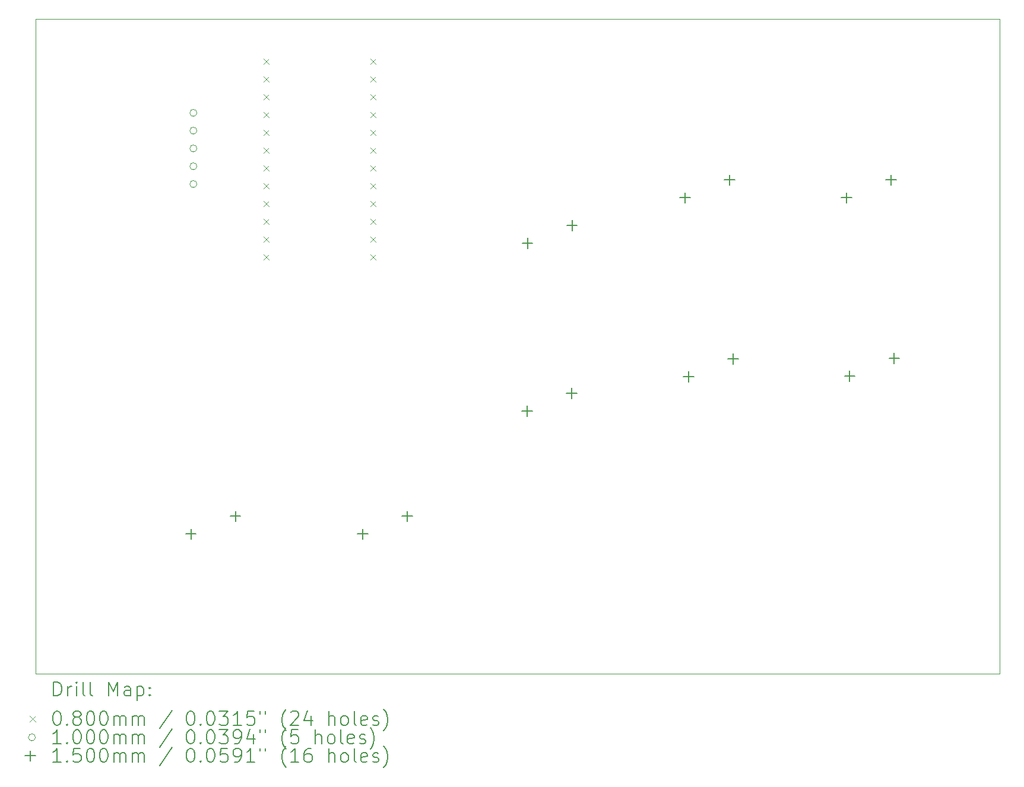
<source format=gbr>
%TF.GenerationSoftware,KiCad,Pcbnew,9.0.5*%
%TF.CreationDate,2025-10-09T15:15:55-05:00*%
%TF.ProjectId,arcade-controller,61726361-6465-42d6-936f-6e74726f6c6c,rev?*%
%TF.SameCoordinates,Original*%
%TF.FileFunction,Drillmap*%
%TF.FilePolarity,Positive*%
%FSLAX45Y45*%
G04 Gerber Fmt 4.5, Leading zero omitted, Abs format (unit mm)*
G04 Created by KiCad (PCBNEW 9.0.5) date 2025-10-09 15:15:55*
%MOMM*%
%LPD*%
G01*
G04 APERTURE LIST*
%ADD10C,0.050000*%
%ADD11C,0.200000*%
%ADD12C,0.100000*%
%ADD13C,0.150000*%
G04 APERTURE END LIST*
D10*
X9000000Y-3500000D02*
X22750000Y-3500000D01*
X22750000Y-12850000D01*
X9000000Y-12850000D01*
X9000000Y-3500000D01*
D11*
D12*
X12248000Y-4067000D02*
X12328000Y-4147000D01*
X12328000Y-4067000D02*
X12248000Y-4147000D01*
X12248000Y-4321000D02*
X12328000Y-4401000D01*
X12328000Y-4321000D02*
X12248000Y-4401000D01*
X12248000Y-4575000D02*
X12328000Y-4655000D01*
X12328000Y-4575000D02*
X12248000Y-4655000D01*
X12248000Y-4829000D02*
X12328000Y-4909000D01*
X12328000Y-4829000D02*
X12248000Y-4909000D01*
X12248000Y-5083000D02*
X12328000Y-5163000D01*
X12328000Y-5083000D02*
X12248000Y-5163000D01*
X12248000Y-5337000D02*
X12328000Y-5417000D01*
X12328000Y-5337000D02*
X12248000Y-5417000D01*
X12248000Y-5591000D02*
X12328000Y-5671000D01*
X12328000Y-5591000D02*
X12248000Y-5671000D01*
X12248000Y-5845000D02*
X12328000Y-5925000D01*
X12328000Y-5845000D02*
X12248000Y-5925000D01*
X12248000Y-6099000D02*
X12328000Y-6179000D01*
X12328000Y-6099000D02*
X12248000Y-6179000D01*
X12248000Y-6353000D02*
X12328000Y-6433000D01*
X12328000Y-6353000D02*
X12248000Y-6433000D01*
X12248000Y-6607000D02*
X12328000Y-6687000D01*
X12328000Y-6607000D02*
X12248000Y-6687000D01*
X12248000Y-6861000D02*
X12328000Y-6941000D01*
X12328000Y-6861000D02*
X12248000Y-6941000D01*
X13772000Y-4067000D02*
X13852000Y-4147000D01*
X13852000Y-4067000D02*
X13772000Y-4147000D01*
X13772000Y-4321000D02*
X13852000Y-4401000D01*
X13852000Y-4321000D02*
X13772000Y-4401000D01*
X13772000Y-4575000D02*
X13852000Y-4655000D01*
X13852000Y-4575000D02*
X13772000Y-4655000D01*
X13772000Y-4829000D02*
X13852000Y-4909000D01*
X13852000Y-4829000D02*
X13772000Y-4909000D01*
X13772000Y-5083000D02*
X13852000Y-5163000D01*
X13852000Y-5083000D02*
X13772000Y-5163000D01*
X13772000Y-5337000D02*
X13852000Y-5417000D01*
X13852000Y-5337000D02*
X13772000Y-5417000D01*
X13772000Y-5591000D02*
X13852000Y-5671000D01*
X13852000Y-5591000D02*
X13772000Y-5671000D01*
X13772000Y-5845000D02*
X13852000Y-5925000D01*
X13852000Y-5845000D02*
X13772000Y-5925000D01*
X13772000Y-6099000D02*
X13852000Y-6179000D01*
X13852000Y-6099000D02*
X13772000Y-6179000D01*
X13772000Y-6353000D02*
X13852000Y-6433000D01*
X13852000Y-6353000D02*
X13772000Y-6433000D01*
X13772000Y-6607000D02*
X13852000Y-6687000D01*
X13852000Y-6607000D02*
X13772000Y-6687000D01*
X13772000Y-6861000D02*
X13852000Y-6941000D01*
X13852000Y-6861000D02*
X13772000Y-6941000D01*
X11300000Y-4842000D02*
G75*
G02*
X11200000Y-4842000I-50000J0D01*
G01*
X11200000Y-4842000D02*
G75*
G02*
X11300000Y-4842000I50000J0D01*
G01*
X11300000Y-5096000D02*
G75*
G02*
X11200000Y-5096000I-50000J0D01*
G01*
X11200000Y-5096000D02*
G75*
G02*
X11300000Y-5096000I50000J0D01*
G01*
X11300000Y-5350000D02*
G75*
G02*
X11200000Y-5350000I-50000J0D01*
G01*
X11200000Y-5350000D02*
G75*
G02*
X11300000Y-5350000I50000J0D01*
G01*
X11300000Y-5604000D02*
G75*
G02*
X11200000Y-5604000I-50000J0D01*
G01*
X11200000Y-5604000D02*
G75*
G02*
X11300000Y-5604000I50000J0D01*
G01*
X11300000Y-5858000D02*
G75*
G02*
X11200000Y-5858000I-50000J0D01*
G01*
X11200000Y-5858000D02*
G75*
G02*
X11300000Y-5858000I50000J0D01*
G01*
D13*
X11215000Y-10779000D02*
X11215000Y-10929000D01*
X11140000Y-10854000D02*
X11290000Y-10854000D01*
X11850000Y-10525000D02*
X11850000Y-10675000D01*
X11775000Y-10600000D02*
X11925000Y-10600000D01*
X13665000Y-10779000D02*
X13665000Y-10929000D01*
X13590000Y-10854000D02*
X13740000Y-10854000D01*
X14300000Y-10525000D02*
X14300000Y-10675000D01*
X14225000Y-10600000D02*
X14375000Y-10600000D01*
X16011000Y-9021000D02*
X16011000Y-9171000D01*
X15936000Y-9096000D02*
X16086000Y-9096000D01*
X16015000Y-6629000D02*
X16015000Y-6779000D01*
X15940000Y-6704000D02*
X16090000Y-6704000D01*
X16646000Y-8767000D02*
X16646000Y-8917000D01*
X16571000Y-8842000D02*
X16721000Y-8842000D01*
X16650000Y-6375000D02*
X16650000Y-6525000D01*
X16575000Y-6450000D02*
X16725000Y-6450000D01*
X18265000Y-5979000D02*
X18265000Y-6129000D01*
X18190000Y-6054000D02*
X18340000Y-6054000D01*
X18315000Y-8529000D02*
X18315000Y-8679000D01*
X18240000Y-8604000D02*
X18390000Y-8604000D01*
X18900000Y-5725000D02*
X18900000Y-5875000D01*
X18825000Y-5800000D02*
X18975000Y-5800000D01*
X18950000Y-8275000D02*
X18950000Y-8425000D01*
X18875000Y-8350000D02*
X19025000Y-8350000D01*
X20565000Y-5979000D02*
X20565000Y-6129000D01*
X20490000Y-6054000D02*
X20640000Y-6054000D01*
X20611000Y-8521000D02*
X20611000Y-8671000D01*
X20536000Y-8596000D02*
X20686000Y-8596000D01*
X21200000Y-5725000D02*
X21200000Y-5875000D01*
X21125000Y-5800000D02*
X21275000Y-5800000D01*
X21246000Y-8267000D02*
X21246000Y-8417000D01*
X21171000Y-8342000D02*
X21321000Y-8342000D01*
D11*
X9258277Y-13163984D02*
X9258277Y-12963984D01*
X9258277Y-12963984D02*
X9305896Y-12963984D01*
X9305896Y-12963984D02*
X9334467Y-12973508D01*
X9334467Y-12973508D02*
X9353515Y-12992555D01*
X9353515Y-12992555D02*
X9363039Y-13011603D01*
X9363039Y-13011603D02*
X9372563Y-13049698D01*
X9372563Y-13049698D02*
X9372563Y-13078269D01*
X9372563Y-13078269D02*
X9363039Y-13116365D01*
X9363039Y-13116365D02*
X9353515Y-13135412D01*
X9353515Y-13135412D02*
X9334467Y-13154460D01*
X9334467Y-13154460D02*
X9305896Y-13163984D01*
X9305896Y-13163984D02*
X9258277Y-13163984D01*
X9458277Y-13163984D02*
X9458277Y-13030650D01*
X9458277Y-13068746D02*
X9467801Y-13049698D01*
X9467801Y-13049698D02*
X9477324Y-13040174D01*
X9477324Y-13040174D02*
X9496372Y-13030650D01*
X9496372Y-13030650D02*
X9515420Y-13030650D01*
X9582086Y-13163984D02*
X9582086Y-13030650D01*
X9582086Y-12963984D02*
X9572563Y-12973508D01*
X9572563Y-12973508D02*
X9582086Y-12983031D01*
X9582086Y-12983031D02*
X9591610Y-12973508D01*
X9591610Y-12973508D02*
X9582086Y-12963984D01*
X9582086Y-12963984D02*
X9582086Y-12983031D01*
X9705896Y-13163984D02*
X9686848Y-13154460D01*
X9686848Y-13154460D02*
X9677324Y-13135412D01*
X9677324Y-13135412D02*
X9677324Y-12963984D01*
X9810658Y-13163984D02*
X9791610Y-13154460D01*
X9791610Y-13154460D02*
X9782086Y-13135412D01*
X9782086Y-13135412D02*
X9782086Y-12963984D01*
X10039229Y-13163984D02*
X10039229Y-12963984D01*
X10039229Y-12963984D02*
X10105896Y-13106841D01*
X10105896Y-13106841D02*
X10172563Y-12963984D01*
X10172563Y-12963984D02*
X10172563Y-13163984D01*
X10353515Y-13163984D02*
X10353515Y-13059222D01*
X10353515Y-13059222D02*
X10343991Y-13040174D01*
X10343991Y-13040174D02*
X10324944Y-13030650D01*
X10324944Y-13030650D02*
X10286848Y-13030650D01*
X10286848Y-13030650D02*
X10267801Y-13040174D01*
X10353515Y-13154460D02*
X10334467Y-13163984D01*
X10334467Y-13163984D02*
X10286848Y-13163984D01*
X10286848Y-13163984D02*
X10267801Y-13154460D01*
X10267801Y-13154460D02*
X10258277Y-13135412D01*
X10258277Y-13135412D02*
X10258277Y-13116365D01*
X10258277Y-13116365D02*
X10267801Y-13097317D01*
X10267801Y-13097317D02*
X10286848Y-13087793D01*
X10286848Y-13087793D02*
X10334467Y-13087793D01*
X10334467Y-13087793D02*
X10353515Y-13078269D01*
X10448753Y-13030650D02*
X10448753Y-13230650D01*
X10448753Y-13040174D02*
X10467801Y-13030650D01*
X10467801Y-13030650D02*
X10505896Y-13030650D01*
X10505896Y-13030650D02*
X10524944Y-13040174D01*
X10524944Y-13040174D02*
X10534467Y-13049698D01*
X10534467Y-13049698D02*
X10543991Y-13068746D01*
X10543991Y-13068746D02*
X10543991Y-13125888D01*
X10543991Y-13125888D02*
X10534467Y-13144936D01*
X10534467Y-13144936D02*
X10524944Y-13154460D01*
X10524944Y-13154460D02*
X10505896Y-13163984D01*
X10505896Y-13163984D02*
X10467801Y-13163984D01*
X10467801Y-13163984D02*
X10448753Y-13154460D01*
X10629705Y-13144936D02*
X10639229Y-13154460D01*
X10639229Y-13154460D02*
X10629705Y-13163984D01*
X10629705Y-13163984D02*
X10620182Y-13154460D01*
X10620182Y-13154460D02*
X10629705Y-13144936D01*
X10629705Y-13144936D02*
X10629705Y-13163984D01*
X10629705Y-13040174D02*
X10639229Y-13049698D01*
X10639229Y-13049698D02*
X10629705Y-13059222D01*
X10629705Y-13059222D02*
X10620182Y-13049698D01*
X10620182Y-13049698D02*
X10629705Y-13040174D01*
X10629705Y-13040174D02*
X10629705Y-13059222D01*
D12*
X8917500Y-13452500D02*
X8997500Y-13532500D01*
X8997500Y-13452500D02*
X8917500Y-13532500D01*
D11*
X9296372Y-13383984D02*
X9315420Y-13383984D01*
X9315420Y-13383984D02*
X9334467Y-13393508D01*
X9334467Y-13393508D02*
X9343991Y-13403031D01*
X9343991Y-13403031D02*
X9353515Y-13422079D01*
X9353515Y-13422079D02*
X9363039Y-13460174D01*
X9363039Y-13460174D02*
X9363039Y-13507793D01*
X9363039Y-13507793D02*
X9353515Y-13545888D01*
X9353515Y-13545888D02*
X9343991Y-13564936D01*
X9343991Y-13564936D02*
X9334467Y-13574460D01*
X9334467Y-13574460D02*
X9315420Y-13583984D01*
X9315420Y-13583984D02*
X9296372Y-13583984D01*
X9296372Y-13583984D02*
X9277324Y-13574460D01*
X9277324Y-13574460D02*
X9267801Y-13564936D01*
X9267801Y-13564936D02*
X9258277Y-13545888D01*
X9258277Y-13545888D02*
X9248753Y-13507793D01*
X9248753Y-13507793D02*
X9248753Y-13460174D01*
X9248753Y-13460174D02*
X9258277Y-13422079D01*
X9258277Y-13422079D02*
X9267801Y-13403031D01*
X9267801Y-13403031D02*
X9277324Y-13393508D01*
X9277324Y-13393508D02*
X9296372Y-13383984D01*
X9448753Y-13564936D02*
X9458277Y-13574460D01*
X9458277Y-13574460D02*
X9448753Y-13583984D01*
X9448753Y-13583984D02*
X9439229Y-13574460D01*
X9439229Y-13574460D02*
X9448753Y-13564936D01*
X9448753Y-13564936D02*
X9448753Y-13583984D01*
X9572563Y-13469698D02*
X9553515Y-13460174D01*
X9553515Y-13460174D02*
X9543991Y-13450650D01*
X9543991Y-13450650D02*
X9534467Y-13431603D01*
X9534467Y-13431603D02*
X9534467Y-13422079D01*
X9534467Y-13422079D02*
X9543991Y-13403031D01*
X9543991Y-13403031D02*
X9553515Y-13393508D01*
X9553515Y-13393508D02*
X9572563Y-13383984D01*
X9572563Y-13383984D02*
X9610658Y-13383984D01*
X9610658Y-13383984D02*
X9629705Y-13393508D01*
X9629705Y-13393508D02*
X9639229Y-13403031D01*
X9639229Y-13403031D02*
X9648753Y-13422079D01*
X9648753Y-13422079D02*
X9648753Y-13431603D01*
X9648753Y-13431603D02*
X9639229Y-13450650D01*
X9639229Y-13450650D02*
X9629705Y-13460174D01*
X9629705Y-13460174D02*
X9610658Y-13469698D01*
X9610658Y-13469698D02*
X9572563Y-13469698D01*
X9572563Y-13469698D02*
X9553515Y-13479222D01*
X9553515Y-13479222D02*
X9543991Y-13488746D01*
X9543991Y-13488746D02*
X9534467Y-13507793D01*
X9534467Y-13507793D02*
X9534467Y-13545888D01*
X9534467Y-13545888D02*
X9543991Y-13564936D01*
X9543991Y-13564936D02*
X9553515Y-13574460D01*
X9553515Y-13574460D02*
X9572563Y-13583984D01*
X9572563Y-13583984D02*
X9610658Y-13583984D01*
X9610658Y-13583984D02*
X9629705Y-13574460D01*
X9629705Y-13574460D02*
X9639229Y-13564936D01*
X9639229Y-13564936D02*
X9648753Y-13545888D01*
X9648753Y-13545888D02*
X9648753Y-13507793D01*
X9648753Y-13507793D02*
X9639229Y-13488746D01*
X9639229Y-13488746D02*
X9629705Y-13479222D01*
X9629705Y-13479222D02*
X9610658Y-13469698D01*
X9772563Y-13383984D02*
X9791610Y-13383984D01*
X9791610Y-13383984D02*
X9810658Y-13393508D01*
X9810658Y-13393508D02*
X9820182Y-13403031D01*
X9820182Y-13403031D02*
X9829705Y-13422079D01*
X9829705Y-13422079D02*
X9839229Y-13460174D01*
X9839229Y-13460174D02*
X9839229Y-13507793D01*
X9839229Y-13507793D02*
X9829705Y-13545888D01*
X9829705Y-13545888D02*
X9820182Y-13564936D01*
X9820182Y-13564936D02*
X9810658Y-13574460D01*
X9810658Y-13574460D02*
X9791610Y-13583984D01*
X9791610Y-13583984D02*
X9772563Y-13583984D01*
X9772563Y-13583984D02*
X9753515Y-13574460D01*
X9753515Y-13574460D02*
X9743991Y-13564936D01*
X9743991Y-13564936D02*
X9734467Y-13545888D01*
X9734467Y-13545888D02*
X9724944Y-13507793D01*
X9724944Y-13507793D02*
X9724944Y-13460174D01*
X9724944Y-13460174D02*
X9734467Y-13422079D01*
X9734467Y-13422079D02*
X9743991Y-13403031D01*
X9743991Y-13403031D02*
X9753515Y-13393508D01*
X9753515Y-13393508D02*
X9772563Y-13383984D01*
X9963039Y-13383984D02*
X9982086Y-13383984D01*
X9982086Y-13383984D02*
X10001134Y-13393508D01*
X10001134Y-13393508D02*
X10010658Y-13403031D01*
X10010658Y-13403031D02*
X10020182Y-13422079D01*
X10020182Y-13422079D02*
X10029705Y-13460174D01*
X10029705Y-13460174D02*
X10029705Y-13507793D01*
X10029705Y-13507793D02*
X10020182Y-13545888D01*
X10020182Y-13545888D02*
X10010658Y-13564936D01*
X10010658Y-13564936D02*
X10001134Y-13574460D01*
X10001134Y-13574460D02*
X9982086Y-13583984D01*
X9982086Y-13583984D02*
X9963039Y-13583984D01*
X9963039Y-13583984D02*
X9943991Y-13574460D01*
X9943991Y-13574460D02*
X9934467Y-13564936D01*
X9934467Y-13564936D02*
X9924944Y-13545888D01*
X9924944Y-13545888D02*
X9915420Y-13507793D01*
X9915420Y-13507793D02*
X9915420Y-13460174D01*
X9915420Y-13460174D02*
X9924944Y-13422079D01*
X9924944Y-13422079D02*
X9934467Y-13403031D01*
X9934467Y-13403031D02*
X9943991Y-13393508D01*
X9943991Y-13393508D02*
X9963039Y-13383984D01*
X10115420Y-13583984D02*
X10115420Y-13450650D01*
X10115420Y-13469698D02*
X10124944Y-13460174D01*
X10124944Y-13460174D02*
X10143991Y-13450650D01*
X10143991Y-13450650D02*
X10172563Y-13450650D01*
X10172563Y-13450650D02*
X10191610Y-13460174D01*
X10191610Y-13460174D02*
X10201134Y-13479222D01*
X10201134Y-13479222D02*
X10201134Y-13583984D01*
X10201134Y-13479222D02*
X10210658Y-13460174D01*
X10210658Y-13460174D02*
X10229705Y-13450650D01*
X10229705Y-13450650D02*
X10258277Y-13450650D01*
X10258277Y-13450650D02*
X10277325Y-13460174D01*
X10277325Y-13460174D02*
X10286848Y-13479222D01*
X10286848Y-13479222D02*
X10286848Y-13583984D01*
X10382086Y-13583984D02*
X10382086Y-13450650D01*
X10382086Y-13469698D02*
X10391610Y-13460174D01*
X10391610Y-13460174D02*
X10410658Y-13450650D01*
X10410658Y-13450650D02*
X10439229Y-13450650D01*
X10439229Y-13450650D02*
X10458277Y-13460174D01*
X10458277Y-13460174D02*
X10467801Y-13479222D01*
X10467801Y-13479222D02*
X10467801Y-13583984D01*
X10467801Y-13479222D02*
X10477325Y-13460174D01*
X10477325Y-13460174D02*
X10496372Y-13450650D01*
X10496372Y-13450650D02*
X10524944Y-13450650D01*
X10524944Y-13450650D02*
X10543991Y-13460174D01*
X10543991Y-13460174D02*
X10553515Y-13479222D01*
X10553515Y-13479222D02*
X10553515Y-13583984D01*
X10943991Y-13374460D02*
X10772563Y-13631603D01*
X11201134Y-13383984D02*
X11220182Y-13383984D01*
X11220182Y-13383984D02*
X11239229Y-13393508D01*
X11239229Y-13393508D02*
X11248753Y-13403031D01*
X11248753Y-13403031D02*
X11258277Y-13422079D01*
X11258277Y-13422079D02*
X11267801Y-13460174D01*
X11267801Y-13460174D02*
X11267801Y-13507793D01*
X11267801Y-13507793D02*
X11258277Y-13545888D01*
X11258277Y-13545888D02*
X11248753Y-13564936D01*
X11248753Y-13564936D02*
X11239229Y-13574460D01*
X11239229Y-13574460D02*
X11220182Y-13583984D01*
X11220182Y-13583984D02*
X11201134Y-13583984D01*
X11201134Y-13583984D02*
X11182087Y-13574460D01*
X11182087Y-13574460D02*
X11172563Y-13564936D01*
X11172563Y-13564936D02*
X11163039Y-13545888D01*
X11163039Y-13545888D02*
X11153515Y-13507793D01*
X11153515Y-13507793D02*
X11153515Y-13460174D01*
X11153515Y-13460174D02*
X11163039Y-13422079D01*
X11163039Y-13422079D02*
X11172563Y-13403031D01*
X11172563Y-13403031D02*
X11182087Y-13393508D01*
X11182087Y-13393508D02*
X11201134Y-13383984D01*
X11353515Y-13564936D02*
X11363039Y-13574460D01*
X11363039Y-13574460D02*
X11353515Y-13583984D01*
X11353515Y-13583984D02*
X11343991Y-13574460D01*
X11343991Y-13574460D02*
X11353515Y-13564936D01*
X11353515Y-13564936D02*
X11353515Y-13583984D01*
X11486848Y-13383984D02*
X11505896Y-13383984D01*
X11505896Y-13383984D02*
X11524944Y-13393508D01*
X11524944Y-13393508D02*
X11534467Y-13403031D01*
X11534467Y-13403031D02*
X11543991Y-13422079D01*
X11543991Y-13422079D02*
X11553515Y-13460174D01*
X11553515Y-13460174D02*
X11553515Y-13507793D01*
X11553515Y-13507793D02*
X11543991Y-13545888D01*
X11543991Y-13545888D02*
X11534467Y-13564936D01*
X11534467Y-13564936D02*
X11524944Y-13574460D01*
X11524944Y-13574460D02*
X11505896Y-13583984D01*
X11505896Y-13583984D02*
X11486848Y-13583984D01*
X11486848Y-13583984D02*
X11467801Y-13574460D01*
X11467801Y-13574460D02*
X11458277Y-13564936D01*
X11458277Y-13564936D02*
X11448753Y-13545888D01*
X11448753Y-13545888D02*
X11439229Y-13507793D01*
X11439229Y-13507793D02*
X11439229Y-13460174D01*
X11439229Y-13460174D02*
X11448753Y-13422079D01*
X11448753Y-13422079D02*
X11458277Y-13403031D01*
X11458277Y-13403031D02*
X11467801Y-13393508D01*
X11467801Y-13393508D02*
X11486848Y-13383984D01*
X11620182Y-13383984D02*
X11743991Y-13383984D01*
X11743991Y-13383984D02*
X11677325Y-13460174D01*
X11677325Y-13460174D02*
X11705896Y-13460174D01*
X11705896Y-13460174D02*
X11724944Y-13469698D01*
X11724944Y-13469698D02*
X11734467Y-13479222D01*
X11734467Y-13479222D02*
X11743991Y-13498269D01*
X11743991Y-13498269D02*
X11743991Y-13545888D01*
X11743991Y-13545888D02*
X11734467Y-13564936D01*
X11734467Y-13564936D02*
X11724944Y-13574460D01*
X11724944Y-13574460D02*
X11705896Y-13583984D01*
X11705896Y-13583984D02*
X11648753Y-13583984D01*
X11648753Y-13583984D02*
X11629706Y-13574460D01*
X11629706Y-13574460D02*
X11620182Y-13564936D01*
X11934467Y-13583984D02*
X11820182Y-13583984D01*
X11877325Y-13583984D02*
X11877325Y-13383984D01*
X11877325Y-13383984D02*
X11858277Y-13412555D01*
X11858277Y-13412555D02*
X11839229Y-13431603D01*
X11839229Y-13431603D02*
X11820182Y-13441127D01*
X12115420Y-13383984D02*
X12020182Y-13383984D01*
X12020182Y-13383984D02*
X12010658Y-13479222D01*
X12010658Y-13479222D02*
X12020182Y-13469698D01*
X12020182Y-13469698D02*
X12039229Y-13460174D01*
X12039229Y-13460174D02*
X12086848Y-13460174D01*
X12086848Y-13460174D02*
X12105896Y-13469698D01*
X12105896Y-13469698D02*
X12115420Y-13479222D01*
X12115420Y-13479222D02*
X12124944Y-13498269D01*
X12124944Y-13498269D02*
X12124944Y-13545888D01*
X12124944Y-13545888D02*
X12115420Y-13564936D01*
X12115420Y-13564936D02*
X12105896Y-13574460D01*
X12105896Y-13574460D02*
X12086848Y-13583984D01*
X12086848Y-13583984D02*
X12039229Y-13583984D01*
X12039229Y-13583984D02*
X12020182Y-13574460D01*
X12020182Y-13574460D02*
X12010658Y-13564936D01*
X12201134Y-13383984D02*
X12201134Y-13422079D01*
X12277325Y-13383984D02*
X12277325Y-13422079D01*
X12572563Y-13660174D02*
X12563039Y-13650650D01*
X12563039Y-13650650D02*
X12543991Y-13622079D01*
X12543991Y-13622079D02*
X12534468Y-13603031D01*
X12534468Y-13603031D02*
X12524944Y-13574460D01*
X12524944Y-13574460D02*
X12515420Y-13526841D01*
X12515420Y-13526841D02*
X12515420Y-13488746D01*
X12515420Y-13488746D02*
X12524944Y-13441127D01*
X12524944Y-13441127D02*
X12534468Y-13412555D01*
X12534468Y-13412555D02*
X12543991Y-13393508D01*
X12543991Y-13393508D02*
X12563039Y-13364936D01*
X12563039Y-13364936D02*
X12572563Y-13355412D01*
X12639229Y-13403031D02*
X12648753Y-13393508D01*
X12648753Y-13393508D02*
X12667801Y-13383984D01*
X12667801Y-13383984D02*
X12715420Y-13383984D01*
X12715420Y-13383984D02*
X12734468Y-13393508D01*
X12734468Y-13393508D02*
X12743991Y-13403031D01*
X12743991Y-13403031D02*
X12753515Y-13422079D01*
X12753515Y-13422079D02*
X12753515Y-13441127D01*
X12753515Y-13441127D02*
X12743991Y-13469698D01*
X12743991Y-13469698D02*
X12629706Y-13583984D01*
X12629706Y-13583984D02*
X12753515Y-13583984D01*
X12924944Y-13450650D02*
X12924944Y-13583984D01*
X12877325Y-13374460D02*
X12829706Y-13517317D01*
X12829706Y-13517317D02*
X12953515Y-13517317D01*
X13182087Y-13583984D02*
X13182087Y-13383984D01*
X13267801Y-13583984D02*
X13267801Y-13479222D01*
X13267801Y-13479222D02*
X13258277Y-13460174D01*
X13258277Y-13460174D02*
X13239230Y-13450650D01*
X13239230Y-13450650D02*
X13210658Y-13450650D01*
X13210658Y-13450650D02*
X13191610Y-13460174D01*
X13191610Y-13460174D02*
X13182087Y-13469698D01*
X13391610Y-13583984D02*
X13372563Y-13574460D01*
X13372563Y-13574460D02*
X13363039Y-13564936D01*
X13363039Y-13564936D02*
X13353515Y-13545888D01*
X13353515Y-13545888D02*
X13353515Y-13488746D01*
X13353515Y-13488746D02*
X13363039Y-13469698D01*
X13363039Y-13469698D02*
X13372563Y-13460174D01*
X13372563Y-13460174D02*
X13391610Y-13450650D01*
X13391610Y-13450650D02*
X13420182Y-13450650D01*
X13420182Y-13450650D02*
X13439230Y-13460174D01*
X13439230Y-13460174D02*
X13448753Y-13469698D01*
X13448753Y-13469698D02*
X13458277Y-13488746D01*
X13458277Y-13488746D02*
X13458277Y-13545888D01*
X13458277Y-13545888D02*
X13448753Y-13564936D01*
X13448753Y-13564936D02*
X13439230Y-13574460D01*
X13439230Y-13574460D02*
X13420182Y-13583984D01*
X13420182Y-13583984D02*
X13391610Y-13583984D01*
X13572563Y-13583984D02*
X13553515Y-13574460D01*
X13553515Y-13574460D02*
X13543991Y-13555412D01*
X13543991Y-13555412D02*
X13543991Y-13383984D01*
X13724944Y-13574460D02*
X13705896Y-13583984D01*
X13705896Y-13583984D02*
X13667801Y-13583984D01*
X13667801Y-13583984D02*
X13648753Y-13574460D01*
X13648753Y-13574460D02*
X13639230Y-13555412D01*
X13639230Y-13555412D02*
X13639230Y-13479222D01*
X13639230Y-13479222D02*
X13648753Y-13460174D01*
X13648753Y-13460174D02*
X13667801Y-13450650D01*
X13667801Y-13450650D02*
X13705896Y-13450650D01*
X13705896Y-13450650D02*
X13724944Y-13460174D01*
X13724944Y-13460174D02*
X13734468Y-13479222D01*
X13734468Y-13479222D02*
X13734468Y-13498269D01*
X13734468Y-13498269D02*
X13639230Y-13517317D01*
X13810658Y-13574460D02*
X13829706Y-13583984D01*
X13829706Y-13583984D02*
X13867801Y-13583984D01*
X13867801Y-13583984D02*
X13886849Y-13574460D01*
X13886849Y-13574460D02*
X13896372Y-13555412D01*
X13896372Y-13555412D02*
X13896372Y-13545888D01*
X13896372Y-13545888D02*
X13886849Y-13526841D01*
X13886849Y-13526841D02*
X13867801Y-13517317D01*
X13867801Y-13517317D02*
X13839230Y-13517317D01*
X13839230Y-13517317D02*
X13820182Y-13507793D01*
X13820182Y-13507793D02*
X13810658Y-13488746D01*
X13810658Y-13488746D02*
X13810658Y-13479222D01*
X13810658Y-13479222D02*
X13820182Y-13460174D01*
X13820182Y-13460174D02*
X13839230Y-13450650D01*
X13839230Y-13450650D02*
X13867801Y-13450650D01*
X13867801Y-13450650D02*
X13886849Y-13460174D01*
X13963039Y-13660174D02*
X13972563Y-13650650D01*
X13972563Y-13650650D02*
X13991611Y-13622079D01*
X13991611Y-13622079D02*
X14001134Y-13603031D01*
X14001134Y-13603031D02*
X14010658Y-13574460D01*
X14010658Y-13574460D02*
X14020182Y-13526841D01*
X14020182Y-13526841D02*
X14020182Y-13488746D01*
X14020182Y-13488746D02*
X14010658Y-13441127D01*
X14010658Y-13441127D02*
X14001134Y-13412555D01*
X14001134Y-13412555D02*
X13991611Y-13393508D01*
X13991611Y-13393508D02*
X13972563Y-13364936D01*
X13972563Y-13364936D02*
X13963039Y-13355412D01*
D12*
X8997500Y-13756500D02*
G75*
G02*
X8897500Y-13756500I-50000J0D01*
G01*
X8897500Y-13756500D02*
G75*
G02*
X8997500Y-13756500I50000J0D01*
G01*
D11*
X9363039Y-13847984D02*
X9248753Y-13847984D01*
X9305896Y-13847984D02*
X9305896Y-13647984D01*
X9305896Y-13647984D02*
X9286848Y-13676555D01*
X9286848Y-13676555D02*
X9267801Y-13695603D01*
X9267801Y-13695603D02*
X9248753Y-13705127D01*
X9448753Y-13828936D02*
X9458277Y-13838460D01*
X9458277Y-13838460D02*
X9448753Y-13847984D01*
X9448753Y-13847984D02*
X9439229Y-13838460D01*
X9439229Y-13838460D02*
X9448753Y-13828936D01*
X9448753Y-13828936D02*
X9448753Y-13847984D01*
X9582086Y-13647984D02*
X9601134Y-13647984D01*
X9601134Y-13647984D02*
X9620182Y-13657508D01*
X9620182Y-13657508D02*
X9629705Y-13667031D01*
X9629705Y-13667031D02*
X9639229Y-13686079D01*
X9639229Y-13686079D02*
X9648753Y-13724174D01*
X9648753Y-13724174D02*
X9648753Y-13771793D01*
X9648753Y-13771793D02*
X9639229Y-13809888D01*
X9639229Y-13809888D02*
X9629705Y-13828936D01*
X9629705Y-13828936D02*
X9620182Y-13838460D01*
X9620182Y-13838460D02*
X9601134Y-13847984D01*
X9601134Y-13847984D02*
X9582086Y-13847984D01*
X9582086Y-13847984D02*
X9563039Y-13838460D01*
X9563039Y-13838460D02*
X9553515Y-13828936D01*
X9553515Y-13828936D02*
X9543991Y-13809888D01*
X9543991Y-13809888D02*
X9534467Y-13771793D01*
X9534467Y-13771793D02*
X9534467Y-13724174D01*
X9534467Y-13724174D02*
X9543991Y-13686079D01*
X9543991Y-13686079D02*
X9553515Y-13667031D01*
X9553515Y-13667031D02*
X9563039Y-13657508D01*
X9563039Y-13657508D02*
X9582086Y-13647984D01*
X9772563Y-13647984D02*
X9791610Y-13647984D01*
X9791610Y-13647984D02*
X9810658Y-13657508D01*
X9810658Y-13657508D02*
X9820182Y-13667031D01*
X9820182Y-13667031D02*
X9829705Y-13686079D01*
X9829705Y-13686079D02*
X9839229Y-13724174D01*
X9839229Y-13724174D02*
X9839229Y-13771793D01*
X9839229Y-13771793D02*
X9829705Y-13809888D01*
X9829705Y-13809888D02*
X9820182Y-13828936D01*
X9820182Y-13828936D02*
X9810658Y-13838460D01*
X9810658Y-13838460D02*
X9791610Y-13847984D01*
X9791610Y-13847984D02*
X9772563Y-13847984D01*
X9772563Y-13847984D02*
X9753515Y-13838460D01*
X9753515Y-13838460D02*
X9743991Y-13828936D01*
X9743991Y-13828936D02*
X9734467Y-13809888D01*
X9734467Y-13809888D02*
X9724944Y-13771793D01*
X9724944Y-13771793D02*
X9724944Y-13724174D01*
X9724944Y-13724174D02*
X9734467Y-13686079D01*
X9734467Y-13686079D02*
X9743991Y-13667031D01*
X9743991Y-13667031D02*
X9753515Y-13657508D01*
X9753515Y-13657508D02*
X9772563Y-13647984D01*
X9963039Y-13647984D02*
X9982086Y-13647984D01*
X9982086Y-13647984D02*
X10001134Y-13657508D01*
X10001134Y-13657508D02*
X10010658Y-13667031D01*
X10010658Y-13667031D02*
X10020182Y-13686079D01*
X10020182Y-13686079D02*
X10029705Y-13724174D01*
X10029705Y-13724174D02*
X10029705Y-13771793D01*
X10029705Y-13771793D02*
X10020182Y-13809888D01*
X10020182Y-13809888D02*
X10010658Y-13828936D01*
X10010658Y-13828936D02*
X10001134Y-13838460D01*
X10001134Y-13838460D02*
X9982086Y-13847984D01*
X9982086Y-13847984D02*
X9963039Y-13847984D01*
X9963039Y-13847984D02*
X9943991Y-13838460D01*
X9943991Y-13838460D02*
X9934467Y-13828936D01*
X9934467Y-13828936D02*
X9924944Y-13809888D01*
X9924944Y-13809888D02*
X9915420Y-13771793D01*
X9915420Y-13771793D02*
X9915420Y-13724174D01*
X9915420Y-13724174D02*
X9924944Y-13686079D01*
X9924944Y-13686079D02*
X9934467Y-13667031D01*
X9934467Y-13667031D02*
X9943991Y-13657508D01*
X9943991Y-13657508D02*
X9963039Y-13647984D01*
X10115420Y-13847984D02*
X10115420Y-13714650D01*
X10115420Y-13733698D02*
X10124944Y-13724174D01*
X10124944Y-13724174D02*
X10143991Y-13714650D01*
X10143991Y-13714650D02*
X10172563Y-13714650D01*
X10172563Y-13714650D02*
X10191610Y-13724174D01*
X10191610Y-13724174D02*
X10201134Y-13743222D01*
X10201134Y-13743222D02*
X10201134Y-13847984D01*
X10201134Y-13743222D02*
X10210658Y-13724174D01*
X10210658Y-13724174D02*
X10229705Y-13714650D01*
X10229705Y-13714650D02*
X10258277Y-13714650D01*
X10258277Y-13714650D02*
X10277325Y-13724174D01*
X10277325Y-13724174D02*
X10286848Y-13743222D01*
X10286848Y-13743222D02*
X10286848Y-13847984D01*
X10382086Y-13847984D02*
X10382086Y-13714650D01*
X10382086Y-13733698D02*
X10391610Y-13724174D01*
X10391610Y-13724174D02*
X10410658Y-13714650D01*
X10410658Y-13714650D02*
X10439229Y-13714650D01*
X10439229Y-13714650D02*
X10458277Y-13724174D01*
X10458277Y-13724174D02*
X10467801Y-13743222D01*
X10467801Y-13743222D02*
X10467801Y-13847984D01*
X10467801Y-13743222D02*
X10477325Y-13724174D01*
X10477325Y-13724174D02*
X10496372Y-13714650D01*
X10496372Y-13714650D02*
X10524944Y-13714650D01*
X10524944Y-13714650D02*
X10543991Y-13724174D01*
X10543991Y-13724174D02*
X10553515Y-13743222D01*
X10553515Y-13743222D02*
X10553515Y-13847984D01*
X10943991Y-13638460D02*
X10772563Y-13895603D01*
X11201134Y-13647984D02*
X11220182Y-13647984D01*
X11220182Y-13647984D02*
X11239229Y-13657508D01*
X11239229Y-13657508D02*
X11248753Y-13667031D01*
X11248753Y-13667031D02*
X11258277Y-13686079D01*
X11258277Y-13686079D02*
X11267801Y-13724174D01*
X11267801Y-13724174D02*
X11267801Y-13771793D01*
X11267801Y-13771793D02*
X11258277Y-13809888D01*
X11258277Y-13809888D02*
X11248753Y-13828936D01*
X11248753Y-13828936D02*
X11239229Y-13838460D01*
X11239229Y-13838460D02*
X11220182Y-13847984D01*
X11220182Y-13847984D02*
X11201134Y-13847984D01*
X11201134Y-13847984D02*
X11182087Y-13838460D01*
X11182087Y-13838460D02*
X11172563Y-13828936D01*
X11172563Y-13828936D02*
X11163039Y-13809888D01*
X11163039Y-13809888D02*
X11153515Y-13771793D01*
X11153515Y-13771793D02*
X11153515Y-13724174D01*
X11153515Y-13724174D02*
X11163039Y-13686079D01*
X11163039Y-13686079D02*
X11172563Y-13667031D01*
X11172563Y-13667031D02*
X11182087Y-13657508D01*
X11182087Y-13657508D02*
X11201134Y-13647984D01*
X11353515Y-13828936D02*
X11363039Y-13838460D01*
X11363039Y-13838460D02*
X11353515Y-13847984D01*
X11353515Y-13847984D02*
X11343991Y-13838460D01*
X11343991Y-13838460D02*
X11353515Y-13828936D01*
X11353515Y-13828936D02*
X11353515Y-13847984D01*
X11486848Y-13647984D02*
X11505896Y-13647984D01*
X11505896Y-13647984D02*
X11524944Y-13657508D01*
X11524944Y-13657508D02*
X11534467Y-13667031D01*
X11534467Y-13667031D02*
X11543991Y-13686079D01*
X11543991Y-13686079D02*
X11553515Y-13724174D01*
X11553515Y-13724174D02*
X11553515Y-13771793D01*
X11553515Y-13771793D02*
X11543991Y-13809888D01*
X11543991Y-13809888D02*
X11534467Y-13828936D01*
X11534467Y-13828936D02*
X11524944Y-13838460D01*
X11524944Y-13838460D02*
X11505896Y-13847984D01*
X11505896Y-13847984D02*
X11486848Y-13847984D01*
X11486848Y-13847984D02*
X11467801Y-13838460D01*
X11467801Y-13838460D02*
X11458277Y-13828936D01*
X11458277Y-13828936D02*
X11448753Y-13809888D01*
X11448753Y-13809888D02*
X11439229Y-13771793D01*
X11439229Y-13771793D02*
X11439229Y-13724174D01*
X11439229Y-13724174D02*
X11448753Y-13686079D01*
X11448753Y-13686079D02*
X11458277Y-13667031D01*
X11458277Y-13667031D02*
X11467801Y-13657508D01*
X11467801Y-13657508D02*
X11486848Y-13647984D01*
X11620182Y-13647984D02*
X11743991Y-13647984D01*
X11743991Y-13647984D02*
X11677325Y-13724174D01*
X11677325Y-13724174D02*
X11705896Y-13724174D01*
X11705896Y-13724174D02*
X11724944Y-13733698D01*
X11724944Y-13733698D02*
X11734467Y-13743222D01*
X11734467Y-13743222D02*
X11743991Y-13762269D01*
X11743991Y-13762269D02*
X11743991Y-13809888D01*
X11743991Y-13809888D02*
X11734467Y-13828936D01*
X11734467Y-13828936D02*
X11724944Y-13838460D01*
X11724944Y-13838460D02*
X11705896Y-13847984D01*
X11705896Y-13847984D02*
X11648753Y-13847984D01*
X11648753Y-13847984D02*
X11629706Y-13838460D01*
X11629706Y-13838460D02*
X11620182Y-13828936D01*
X11839229Y-13847984D02*
X11877325Y-13847984D01*
X11877325Y-13847984D02*
X11896372Y-13838460D01*
X11896372Y-13838460D02*
X11905896Y-13828936D01*
X11905896Y-13828936D02*
X11924944Y-13800365D01*
X11924944Y-13800365D02*
X11934467Y-13762269D01*
X11934467Y-13762269D02*
X11934467Y-13686079D01*
X11934467Y-13686079D02*
X11924944Y-13667031D01*
X11924944Y-13667031D02*
X11915420Y-13657508D01*
X11915420Y-13657508D02*
X11896372Y-13647984D01*
X11896372Y-13647984D02*
X11858277Y-13647984D01*
X11858277Y-13647984D02*
X11839229Y-13657508D01*
X11839229Y-13657508D02*
X11829706Y-13667031D01*
X11829706Y-13667031D02*
X11820182Y-13686079D01*
X11820182Y-13686079D02*
X11820182Y-13733698D01*
X11820182Y-13733698D02*
X11829706Y-13752746D01*
X11829706Y-13752746D02*
X11839229Y-13762269D01*
X11839229Y-13762269D02*
X11858277Y-13771793D01*
X11858277Y-13771793D02*
X11896372Y-13771793D01*
X11896372Y-13771793D02*
X11915420Y-13762269D01*
X11915420Y-13762269D02*
X11924944Y-13752746D01*
X11924944Y-13752746D02*
X11934467Y-13733698D01*
X12105896Y-13714650D02*
X12105896Y-13847984D01*
X12058277Y-13638460D02*
X12010658Y-13781317D01*
X12010658Y-13781317D02*
X12134467Y-13781317D01*
X12201134Y-13647984D02*
X12201134Y-13686079D01*
X12277325Y-13647984D02*
X12277325Y-13686079D01*
X12572563Y-13924174D02*
X12563039Y-13914650D01*
X12563039Y-13914650D02*
X12543991Y-13886079D01*
X12543991Y-13886079D02*
X12534468Y-13867031D01*
X12534468Y-13867031D02*
X12524944Y-13838460D01*
X12524944Y-13838460D02*
X12515420Y-13790841D01*
X12515420Y-13790841D02*
X12515420Y-13752746D01*
X12515420Y-13752746D02*
X12524944Y-13705127D01*
X12524944Y-13705127D02*
X12534468Y-13676555D01*
X12534468Y-13676555D02*
X12543991Y-13657508D01*
X12543991Y-13657508D02*
X12563039Y-13628936D01*
X12563039Y-13628936D02*
X12572563Y-13619412D01*
X12743991Y-13647984D02*
X12648753Y-13647984D01*
X12648753Y-13647984D02*
X12639229Y-13743222D01*
X12639229Y-13743222D02*
X12648753Y-13733698D01*
X12648753Y-13733698D02*
X12667801Y-13724174D01*
X12667801Y-13724174D02*
X12715420Y-13724174D01*
X12715420Y-13724174D02*
X12734468Y-13733698D01*
X12734468Y-13733698D02*
X12743991Y-13743222D01*
X12743991Y-13743222D02*
X12753515Y-13762269D01*
X12753515Y-13762269D02*
X12753515Y-13809888D01*
X12753515Y-13809888D02*
X12743991Y-13828936D01*
X12743991Y-13828936D02*
X12734468Y-13838460D01*
X12734468Y-13838460D02*
X12715420Y-13847984D01*
X12715420Y-13847984D02*
X12667801Y-13847984D01*
X12667801Y-13847984D02*
X12648753Y-13838460D01*
X12648753Y-13838460D02*
X12639229Y-13828936D01*
X12991610Y-13847984D02*
X12991610Y-13647984D01*
X13077325Y-13847984D02*
X13077325Y-13743222D01*
X13077325Y-13743222D02*
X13067801Y-13724174D01*
X13067801Y-13724174D02*
X13048753Y-13714650D01*
X13048753Y-13714650D02*
X13020182Y-13714650D01*
X13020182Y-13714650D02*
X13001134Y-13724174D01*
X13001134Y-13724174D02*
X12991610Y-13733698D01*
X13201134Y-13847984D02*
X13182087Y-13838460D01*
X13182087Y-13838460D02*
X13172563Y-13828936D01*
X13172563Y-13828936D02*
X13163039Y-13809888D01*
X13163039Y-13809888D02*
X13163039Y-13752746D01*
X13163039Y-13752746D02*
X13172563Y-13733698D01*
X13172563Y-13733698D02*
X13182087Y-13724174D01*
X13182087Y-13724174D02*
X13201134Y-13714650D01*
X13201134Y-13714650D02*
X13229706Y-13714650D01*
X13229706Y-13714650D02*
X13248753Y-13724174D01*
X13248753Y-13724174D02*
X13258277Y-13733698D01*
X13258277Y-13733698D02*
X13267801Y-13752746D01*
X13267801Y-13752746D02*
X13267801Y-13809888D01*
X13267801Y-13809888D02*
X13258277Y-13828936D01*
X13258277Y-13828936D02*
X13248753Y-13838460D01*
X13248753Y-13838460D02*
X13229706Y-13847984D01*
X13229706Y-13847984D02*
X13201134Y-13847984D01*
X13382087Y-13847984D02*
X13363039Y-13838460D01*
X13363039Y-13838460D02*
X13353515Y-13819412D01*
X13353515Y-13819412D02*
X13353515Y-13647984D01*
X13534468Y-13838460D02*
X13515420Y-13847984D01*
X13515420Y-13847984D02*
X13477325Y-13847984D01*
X13477325Y-13847984D02*
X13458277Y-13838460D01*
X13458277Y-13838460D02*
X13448753Y-13819412D01*
X13448753Y-13819412D02*
X13448753Y-13743222D01*
X13448753Y-13743222D02*
X13458277Y-13724174D01*
X13458277Y-13724174D02*
X13477325Y-13714650D01*
X13477325Y-13714650D02*
X13515420Y-13714650D01*
X13515420Y-13714650D02*
X13534468Y-13724174D01*
X13534468Y-13724174D02*
X13543991Y-13743222D01*
X13543991Y-13743222D02*
X13543991Y-13762269D01*
X13543991Y-13762269D02*
X13448753Y-13781317D01*
X13620182Y-13838460D02*
X13639230Y-13847984D01*
X13639230Y-13847984D02*
X13677325Y-13847984D01*
X13677325Y-13847984D02*
X13696372Y-13838460D01*
X13696372Y-13838460D02*
X13705896Y-13819412D01*
X13705896Y-13819412D02*
X13705896Y-13809888D01*
X13705896Y-13809888D02*
X13696372Y-13790841D01*
X13696372Y-13790841D02*
X13677325Y-13781317D01*
X13677325Y-13781317D02*
X13648753Y-13781317D01*
X13648753Y-13781317D02*
X13629706Y-13771793D01*
X13629706Y-13771793D02*
X13620182Y-13752746D01*
X13620182Y-13752746D02*
X13620182Y-13743222D01*
X13620182Y-13743222D02*
X13629706Y-13724174D01*
X13629706Y-13724174D02*
X13648753Y-13714650D01*
X13648753Y-13714650D02*
X13677325Y-13714650D01*
X13677325Y-13714650D02*
X13696372Y-13724174D01*
X13772563Y-13924174D02*
X13782087Y-13914650D01*
X13782087Y-13914650D02*
X13801134Y-13886079D01*
X13801134Y-13886079D02*
X13810658Y-13867031D01*
X13810658Y-13867031D02*
X13820182Y-13838460D01*
X13820182Y-13838460D02*
X13829706Y-13790841D01*
X13829706Y-13790841D02*
X13829706Y-13752746D01*
X13829706Y-13752746D02*
X13820182Y-13705127D01*
X13820182Y-13705127D02*
X13810658Y-13676555D01*
X13810658Y-13676555D02*
X13801134Y-13657508D01*
X13801134Y-13657508D02*
X13782087Y-13628936D01*
X13782087Y-13628936D02*
X13772563Y-13619412D01*
D13*
X8922500Y-13945500D02*
X8922500Y-14095500D01*
X8847500Y-14020500D02*
X8997500Y-14020500D01*
D11*
X9363039Y-14111984D02*
X9248753Y-14111984D01*
X9305896Y-14111984D02*
X9305896Y-13911984D01*
X9305896Y-13911984D02*
X9286848Y-13940555D01*
X9286848Y-13940555D02*
X9267801Y-13959603D01*
X9267801Y-13959603D02*
X9248753Y-13969127D01*
X9448753Y-14092936D02*
X9458277Y-14102460D01*
X9458277Y-14102460D02*
X9448753Y-14111984D01*
X9448753Y-14111984D02*
X9439229Y-14102460D01*
X9439229Y-14102460D02*
X9448753Y-14092936D01*
X9448753Y-14092936D02*
X9448753Y-14111984D01*
X9639229Y-13911984D02*
X9543991Y-13911984D01*
X9543991Y-13911984D02*
X9534467Y-14007222D01*
X9534467Y-14007222D02*
X9543991Y-13997698D01*
X9543991Y-13997698D02*
X9563039Y-13988174D01*
X9563039Y-13988174D02*
X9610658Y-13988174D01*
X9610658Y-13988174D02*
X9629705Y-13997698D01*
X9629705Y-13997698D02*
X9639229Y-14007222D01*
X9639229Y-14007222D02*
X9648753Y-14026269D01*
X9648753Y-14026269D02*
X9648753Y-14073888D01*
X9648753Y-14073888D02*
X9639229Y-14092936D01*
X9639229Y-14092936D02*
X9629705Y-14102460D01*
X9629705Y-14102460D02*
X9610658Y-14111984D01*
X9610658Y-14111984D02*
X9563039Y-14111984D01*
X9563039Y-14111984D02*
X9543991Y-14102460D01*
X9543991Y-14102460D02*
X9534467Y-14092936D01*
X9772563Y-13911984D02*
X9791610Y-13911984D01*
X9791610Y-13911984D02*
X9810658Y-13921508D01*
X9810658Y-13921508D02*
X9820182Y-13931031D01*
X9820182Y-13931031D02*
X9829705Y-13950079D01*
X9829705Y-13950079D02*
X9839229Y-13988174D01*
X9839229Y-13988174D02*
X9839229Y-14035793D01*
X9839229Y-14035793D02*
X9829705Y-14073888D01*
X9829705Y-14073888D02*
X9820182Y-14092936D01*
X9820182Y-14092936D02*
X9810658Y-14102460D01*
X9810658Y-14102460D02*
X9791610Y-14111984D01*
X9791610Y-14111984D02*
X9772563Y-14111984D01*
X9772563Y-14111984D02*
X9753515Y-14102460D01*
X9753515Y-14102460D02*
X9743991Y-14092936D01*
X9743991Y-14092936D02*
X9734467Y-14073888D01*
X9734467Y-14073888D02*
X9724944Y-14035793D01*
X9724944Y-14035793D02*
X9724944Y-13988174D01*
X9724944Y-13988174D02*
X9734467Y-13950079D01*
X9734467Y-13950079D02*
X9743991Y-13931031D01*
X9743991Y-13931031D02*
X9753515Y-13921508D01*
X9753515Y-13921508D02*
X9772563Y-13911984D01*
X9963039Y-13911984D02*
X9982086Y-13911984D01*
X9982086Y-13911984D02*
X10001134Y-13921508D01*
X10001134Y-13921508D02*
X10010658Y-13931031D01*
X10010658Y-13931031D02*
X10020182Y-13950079D01*
X10020182Y-13950079D02*
X10029705Y-13988174D01*
X10029705Y-13988174D02*
X10029705Y-14035793D01*
X10029705Y-14035793D02*
X10020182Y-14073888D01*
X10020182Y-14073888D02*
X10010658Y-14092936D01*
X10010658Y-14092936D02*
X10001134Y-14102460D01*
X10001134Y-14102460D02*
X9982086Y-14111984D01*
X9982086Y-14111984D02*
X9963039Y-14111984D01*
X9963039Y-14111984D02*
X9943991Y-14102460D01*
X9943991Y-14102460D02*
X9934467Y-14092936D01*
X9934467Y-14092936D02*
X9924944Y-14073888D01*
X9924944Y-14073888D02*
X9915420Y-14035793D01*
X9915420Y-14035793D02*
X9915420Y-13988174D01*
X9915420Y-13988174D02*
X9924944Y-13950079D01*
X9924944Y-13950079D02*
X9934467Y-13931031D01*
X9934467Y-13931031D02*
X9943991Y-13921508D01*
X9943991Y-13921508D02*
X9963039Y-13911984D01*
X10115420Y-14111984D02*
X10115420Y-13978650D01*
X10115420Y-13997698D02*
X10124944Y-13988174D01*
X10124944Y-13988174D02*
X10143991Y-13978650D01*
X10143991Y-13978650D02*
X10172563Y-13978650D01*
X10172563Y-13978650D02*
X10191610Y-13988174D01*
X10191610Y-13988174D02*
X10201134Y-14007222D01*
X10201134Y-14007222D02*
X10201134Y-14111984D01*
X10201134Y-14007222D02*
X10210658Y-13988174D01*
X10210658Y-13988174D02*
X10229705Y-13978650D01*
X10229705Y-13978650D02*
X10258277Y-13978650D01*
X10258277Y-13978650D02*
X10277325Y-13988174D01*
X10277325Y-13988174D02*
X10286848Y-14007222D01*
X10286848Y-14007222D02*
X10286848Y-14111984D01*
X10382086Y-14111984D02*
X10382086Y-13978650D01*
X10382086Y-13997698D02*
X10391610Y-13988174D01*
X10391610Y-13988174D02*
X10410658Y-13978650D01*
X10410658Y-13978650D02*
X10439229Y-13978650D01*
X10439229Y-13978650D02*
X10458277Y-13988174D01*
X10458277Y-13988174D02*
X10467801Y-14007222D01*
X10467801Y-14007222D02*
X10467801Y-14111984D01*
X10467801Y-14007222D02*
X10477325Y-13988174D01*
X10477325Y-13988174D02*
X10496372Y-13978650D01*
X10496372Y-13978650D02*
X10524944Y-13978650D01*
X10524944Y-13978650D02*
X10543991Y-13988174D01*
X10543991Y-13988174D02*
X10553515Y-14007222D01*
X10553515Y-14007222D02*
X10553515Y-14111984D01*
X10943991Y-13902460D02*
X10772563Y-14159603D01*
X11201134Y-13911984D02*
X11220182Y-13911984D01*
X11220182Y-13911984D02*
X11239229Y-13921508D01*
X11239229Y-13921508D02*
X11248753Y-13931031D01*
X11248753Y-13931031D02*
X11258277Y-13950079D01*
X11258277Y-13950079D02*
X11267801Y-13988174D01*
X11267801Y-13988174D02*
X11267801Y-14035793D01*
X11267801Y-14035793D02*
X11258277Y-14073888D01*
X11258277Y-14073888D02*
X11248753Y-14092936D01*
X11248753Y-14092936D02*
X11239229Y-14102460D01*
X11239229Y-14102460D02*
X11220182Y-14111984D01*
X11220182Y-14111984D02*
X11201134Y-14111984D01*
X11201134Y-14111984D02*
X11182087Y-14102460D01*
X11182087Y-14102460D02*
X11172563Y-14092936D01*
X11172563Y-14092936D02*
X11163039Y-14073888D01*
X11163039Y-14073888D02*
X11153515Y-14035793D01*
X11153515Y-14035793D02*
X11153515Y-13988174D01*
X11153515Y-13988174D02*
X11163039Y-13950079D01*
X11163039Y-13950079D02*
X11172563Y-13931031D01*
X11172563Y-13931031D02*
X11182087Y-13921508D01*
X11182087Y-13921508D02*
X11201134Y-13911984D01*
X11353515Y-14092936D02*
X11363039Y-14102460D01*
X11363039Y-14102460D02*
X11353515Y-14111984D01*
X11353515Y-14111984D02*
X11343991Y-14102460D01*
X11343991Y-14102460D02*
X11353515Y-14092936D01*
X11353515Y-14092936D02*
X11353515Y-14111984D01*
X11486848Y-13911984D02*
X11505896Y-13911984D01*
X11505896Y-13911984D02*
X11524944Y-13921508D01*
X11524944Y-13921508D02*
X11534467Y-13931031D01*
X11534467Y-13931031D02*
X11543991Y-13950079D01*
X11543991Y-13950079D02*
X11553515Y-13988174D01*
X11553515Y-13988174D02*
X11553515Y-14035793D01*
X11553515Y-14035793D02*
X11543991Y-14073888D01*
X11543991Y-14073888D02*
X11534467Y-14092936D01*
X11534467Y-14092936D02*
X11524944Y-14102460D01*
X11524944Y-14102460D02*
X11505896Y-14111984D01*
X11505896Y-14111984D02*
X11486848Y-14111984D01*
X11486848Y-14111984D02*
X11467801Y-14102460D01*
X11467801Y-14102460D02*
X11458277Y-14092936D01*
X11458277Y-14092936D02*
X11448753Y-14073888D01*
X11448753Y-14073888D02*
X11439229Y-14035793D01*
X11439229Y-14035793D02*
X11439229Y-13988174D01*
X11439229Y-13988174D02*
X11448753Y-13950079D01*
X11448753Y-13950079D02*
X11458277Y-13931031D01*
X11458277Y-13931031D02*
X11467801Y-13921508D01*
X11467801Y-13921508D02*
X11486848Y-13911984D01*
X11734467Y-13911984D02*
X11639229Y-13911984D01*
X11639229Y-13911984D02*
X11629706Y-14007222D01*
X11629706Y-14007222D02*
X11639229Y-13997698D01*
X11639229Y-13997698D02*
X11658277Y-13988174D01*
X11658277Y-13988174D02*
X11705896Y-13988174D01*
X11705896Y-13988174D02*
X11724944Y-13997698D01*
X11724944Y-13997698D02*
X11734467Y-14007222D01*
X11734467Y-14007222D02*
X11743991Y-14026269D01*
X11743991Y-14026269D02*
X11743991Y-14073888D01*
X11743991Y-14073888D02*
X11734467Y-14092936D01*
X11734467Y-14092936D02*
X11724944Y-14102460D01*
X11724944Y-14102460D02*
X11705896Y-14111984D01*
X11705896Y-14111984D02*
X11658277Y-14111984D01*
X11658277Y-14111984D02*
X11639229Y-14102460D01*
X11639229Y-14102460D02*
X11629706Y-14092936D01*
X11839229Y-14111984D02*
X11877325Y-14111984D01*
X11877325Y-14111984D02*
X11896372Y-14102460D01*
X11896372Y-14102460D02*
X11905896Y-14092936D01*
X11905896Y-14092936D02*
X11924944Y-14064365D01*
X11924944Y-14064365D02*
X11934467Y-14026269D01*
X11934467Y-14026269D02*
X11934467Y-13950079D01*
X11934467Y-13950079D02*
X11924944Y-13931031D01*
X11924944Y-13931031D02*
X11915420Y-13921508D01*
X11915420Y-13921508D02*
X11896372Y-13911984D01*
X11896372Y-13911984D02*
X11858277Y-13911984D01*
X11858277Y-13911984D02*
X11839229Y-13921508D01*
X11839229Y-13921508D02*
X11829706Y-13931031D01*
X11829706Y-13931031D02*
X11820182Y-13950079D01*
X11820182Y-13950079D02*
X11820182Y-13997698D01*
X11820182Y-13997698D02*
X11829706Y-14016746D01*
X11829706Y-14016746D02*
X11839229Y-14026269D01*
X11839229Y-14026269D02*
X11858277Y-14035793D01*
X11858277Y-14035793D02*
X11896372Y-14035793D01*
X11896372Y-14035793D02*
X11915420Y-14026269D01*
X11915420Y-14026269D02*
X11924944Y-14016746D01*
X11924944Y-14016746D02*
X11934467Y-13997698D01*
X12124944Y-14111984D02*
X12010658Y-14111984D01*
X12067801Y-14111984D02*
X12067801Y-13911984D01*
X12067801Y-13911984D02*
X12048753Y-13940555D01*
X12048753Y-13940555D02*
X12029706Y-13959603D01*
X12029706Y-13959603D02*
X12010658Y-13969127D01*
X12201134Y-13911984D02*
X12201134Y-13950079D01*
X12277325Y-13911984D02*
X12277325Y-13950079D01*
X12572563Y-14188174D02*
X12563039Y-14178650D01*
X12563039Y-14178650D02*
X12543991Y-14150079D01*
X12543991Y-14150079D02*
X12534468Y-14131031D01*
X12534468Y-14131031D02*
X12524944Y-14102460D01*
X12524944Y-14102460D02*
X12515420Y-14054841D01*
X12515420Y-14054841D02*
X12515420Y-14016746D01*
X12515420Y-14016746D02*
X12524944Y-13969127D01*
X12524944Y-13969127D02*
X12534468Y-13940555D01*
X12534468Y-13940555D02*
X12543991Y-13921508D01*
X12543991Y-13921508D02*
X12563039Y-13892936D01*
X12563039Y-13892936D02*
X12572563Y-13883412D01*
X12753515Y-14111984D02*
X12639229Y-14111984D01*
X12696372Y-14111984D02*
X12696372Y-13911984D01*
X12696372Y-13911984D02*
X12677325Y-13940555D01*
X12677325Y-13940555D02*
X12658277Y-13959603D01*
X12658277Y-13959603D02*
X12639229Y-13969127D01*
X12924944Y-13911984D02*
X12886848Y-13911984D01*
X12886848Y-13911984D02*
X12867801Y-13921508D01*
X12867801Y-13921508D02*
X12858277Y-13931031D01*
X12858277Y-13931031D02*
X12839229Y-13959603D01*
X12839229Y-13959603D02*
X12829706Y-13997698D01*
X12829706Y-13997698D02*
X12829706Y-14073888D01*
X12829706Y-14073888D02*
X12839229Y-14092936D01*
X12839229Y-14092936D02*
X12848753Y-14102460D01*
X12848753Y-14102460D02*
X12867801Y-14111984D01*
X12867801Y-14111984D02*
X12905896Y-14111984D01*
X12905896Y-14111984D02*
X12924944Y-14102460D01*
X12924944Y-14102460D02*
X12934468Y-14092936D01*
X12934468Y-14092936D02*
X12943991Y-14073888D01*
X12943991Y-14073888D02*
X12943991Y-14026269D01*
X12943991Y-14026269D02*
X12934468Y-14007222D01*
X12934468Y-14007222D02*
X12924944Y-13997698D01*
X12924944Y-13997698D02*
X12905896Y-13988174D01*
X12905896Y-13988174D02*
X12867801Y-13988174D01*
X12867801Y-13988174D02*
X12848753Y-13997698D01*
X12848753Y-13997698D02*
X12839229Y-14007222D01*
X12839229Y-14007222D02*
X12829706Y-14026269D01*
X13182087Y-14111984D02*
X13182087Y-13911984D01*
X13267801Y-14111984D02*
X13267801Y-14007222D01*
X13267801Y-14007222D02*
X13258277Y-13988174D01*
X13258277Y-13988174D02*
X13239230Y-13978650D01*
X13239230Y-13978650D02*
X13210658Y-13978650D01*
X13210658Y-13978650D02*
X13191610Y-13988174D01*
X13191610Y-13988174D02*
X13182087Y-13997698D01*
X13391610Y-14111984D02*
X13372563Y-14102460D01*
X13372563Y-14102460D02*
X13363039Y-14092936D01*
X13363039Y-14092936D02*
X13353515Y-14073888D01*
X13353515Y-14073888D02*
X13353515Y-14016746D01*
X13353515Y-14016746D02*
X13363039Y-13997698D01*
X13363039Y-13997698D02*
X13372563Y-13988174D01*
X13372563Y-13988174D02*
X13391610Y-13978650D01*
X13391610Y-13978650D02*
X13420182Y-13978650D01*
X13420182Y-13978650D02*
X13439230Y-13988174D01*
X13439230Y-13988174D02*
X13448753Y-13997698D01*
X13448753Y-13997698D02*
X13458277Y-14016746D01*
X13458277Y-14016746D02*
X13458277Y-14073888D01*
X13458277Y-14073888D02*
X13448753Y-14092936D01*
X13448753Y-14092936D02*
X13439230Y-14102460D01*
X13439230Y-14102460D02*
X13420182Y-14111984D01*
X13420182Y-14111984D02*
X13391610Y-14111984D01*
X13572563Y-14111984D02*
X13553515Y-14102460D01*
X13553515Y-14102460D02*
X13543991Y-14083412D01*
X13543991Y-14083412D02*
X13543991Y-13911984D01*
X13724944Y-14102460D02*
X13705896Y-14111984D01*
X13705896Y-14111984D02*
X13667801Y-14111984D01*
X13667801Y-14111984D02*
X13648753Y-14102460D01*
X13648753Y-14102460D02*
X13639230Y-14083412D01*
X13639230Y-14083412D02*
X13639230Y-14007222D01*
X13639230Y-14007222D02*
X13648753Y-13988174D01*
X13648753Y-13988174D02*
X13667801Y-13978650D01*
X13667801Y-13978650D02*
X13705896Y-13978650D01*
X13705896Y-13978650D02*
X13724944Y-13988174D01*
X13724944Y-13988174D02*
X13734468Y-14007222D01*
X13734468Y-14007222D02*
X13734468Y-14026269D01*
X13734468Y-14026269D02*
X13639230Y-14045317D01*
X13810658Y-14102460D02*
X13829706Y-14111984D01*
X13829706Y-14111984D02*
X13867801Y-14111984D01*
X13867801Y-14111984D02*
X13886849Y-14102460D01*
X13886849Y-14102460D02*
X13896372Y-14083412D01*
X13896372Y-14083412D02*
X13896372Y-14073888D01*
X13896372Y-14073888D02*
X13886849Y-14054841D01*
X13886849Y-14054841D02*
X13867801Y-14045317D01*
X13867801Y-14045317D02*
X13839230Y-14045317D01*
X13839230Y-14045317D02*
X13820182Y-14035793D01*
X13820182Y-14035793D02*
X13810658Y-14016746D01*
X13810658Y-14016746D02*
X13810658Y-14007222D01*
X13810658Y-14007222D02*
X13820182Y-13988174D01*
X13820182Y-13988174D02*
X13839230Y-13978650D01*
X13839230Y-13978650D02*
X13867801Y-13978650D01*
X13867801Y-13978650D02*
X13886849Y-13988174D01*
X13963039Y-14188174D02*
X13972563Y-14178650D01*
X13972563Y-14178650D02*
X13991611Y-14150079D01*
X13991611Y-14150079D02*
X14001134Y-14131031D01*
X14001134Y-14131031D02*
X14010658Y-14102460D01*
X14010658Y-14102460D02*
X14020182Y-14054841D01*
X14020182Y-14054841D02*
X14020182Y-14016746D01*
X14020182Y-14016746D02*
X14010658Y-13969127D01*
X14010658Y-13969127D02*
X14001134Y-13940555D01*
X14001134Y-13940555D02*
X13991611Y-13921508D01*
X13991611Y-13921508D02*
X13972563Y-13892936D01*
X13972563Y-13892936D02*
X13963039Y-13883412D01*
M02*

</source>
